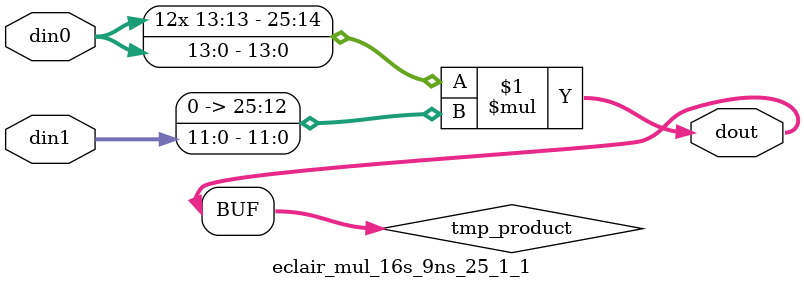
<source format=v>

`timescale 1 ns / 1 ps

 module eclair_mul_16s_9ns_25_1_1(din0, din1, dout);
parameter ID = 1;
parameter NUM_STAGE = 0;
parameter din0_WIDTH = 14;
parameter din1_WIDTH = 12;
parameter dout_WIDTH = 26;

input [din0_WIDTH - 1 : 0] din0; 
input [din1_WIDTH - 1 : 0] din1; 
output [dout_WIDTH - 1 : 0] dout;

wire signed [dout_WIDTH - 1 : 0] tmp_product;


























assign tmp_product = $signed(din0) * $signed({1'b0, din1});









assign dout = tmp_product;





















endmodule

</source>
